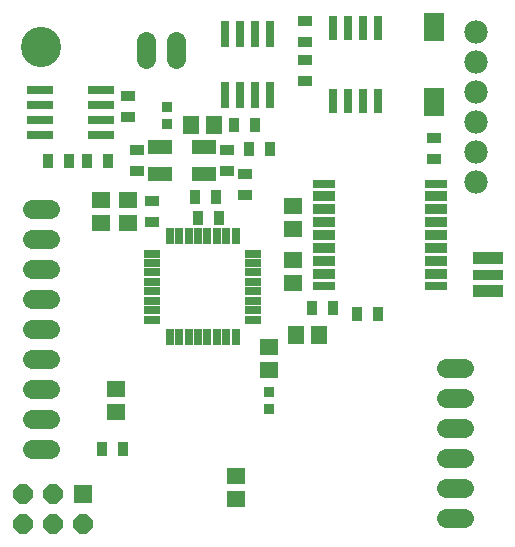
<source format=gts>
G75*
G70*
%OFA0B0*%
%FSLAX24Y24*%
%IPPOS*%
%LPD*%
%AMOC8*
5,1,8,0,0,1.08239X$1,22.5*
%
%ADD10R,0.0260X0.0540*%
%ADD11R,0.0540X0.0260*%
%ADD12R,0.0355X0.0355*%
%ADD13R,0.0788X0.0473*%
%ADD14R,0.0512X0.0355*%
%ADD15R,0.0355X0.0512*%
%ADD16R,0.0300X0.0840*%
%ADD17R,0.0670X0.0946*%
%ADD18R,0.0552X0.0631*%
%ADD19R,0.0631X0.0552*%
%ADD20R,0.0749X0.0355*%
%ADD21R,0.0749X0.0316*%
%ADD22R,0.1024X0.0355*%
%ADD23R,0.1024X0.0434*%
%ADD24C,0.0780*%
%ADD25C,0.0640*%
%ADD26R,0.0640X0.0640*%
%ADD27OC8,0.0640*%
%ADD28R,0.0276X0.0906*%
%ADD29R,0.0906X0.0276*%
%ADD30C,0.1340*%
D10*
X006578Y008200D03*
X006893Y008200D03*
X007208Y008200D03*
X007523Y008200D03*
X007837Y008200D03*
X008152Y008200D03*
X008467Y008200D03*
X008782Y008200D03*
X008782Y011580D03*
X008467Y011580D03*
X008152Y011580D03*
X007837Y011580D03*
X007523Y011580D03*
X007208Y011580D03*
X006893Y011580D03*
X006578Y011580D03*
D11*
X005990Y010992D03*
X005990Y010677D03*
X005990Y010362D03*
X005990Y010047D03*
X005990Y009732D03*
X005990Y009417D03*
X005990Y009102D03*
X005990Y008787D03*
X009370Y008787D03*
X009370Y009102D03*
X009370Y009417D03*
X009370Y009732D03*
X009370Y010047D03*
X009370Y010362D03*
X009370Y010677D03*
X009370Y010992D03*
D12*
X006480Y015294D03*
X006480Y015885D03*
X009880Y006385D03*
X009880Y005794D03*
D13*
X007708Y013637D03*
X007708Y014542D03*
X006252Y014542D03*
X006252Y013637D03*
D14*
X005480Y013735D03*
X005480Y014444D03*
X005180Y015535D03*
X005180Y016244D03*
X008480Y014444D03*
X008480Y013735D03*
X009080Y013644D03*
X009080Y012935D03*
X005980Y012744D03*
X005980Y012035D03*
X011080Y016735D03*
X011080Y017444D03*
X011080Y018035D03*
X011080Y018744D03*
X015380Y014844D03*
X015380Y014135D03*
D15*
X009934Y014490D03*
X009226Y014490D03*
X009434Y015290D03*
X008726Y015290D03*
X008134Y012890D03*
X007426Y012890D03*
X007526Y012190D03*
X008234Y012190D03*
X004534Y014090D03*
X003826Y014090D03*
X003234Y014090D03*
X002526Y014090D03*
X011326Y009190D03*
X012034Y009190D03*
X012826Y008990D03*
X013534Y008990D03*
X005034Y004490D03*
X004326Y004490D03*
D16*
X012030Y016080D03*
X012530Y016080D03*
X013030Y016080D03*
X013530Y016080D03*
X013530Y018500D03*
X013030Y018500D03*
X012530Y018500D03*
X012030Y018500D03*
D17*
X015380Y018530D03*
X015380Y016049D03*
D18*
X008054Y015290D03*
X007306Y015290D03*
X010806Y008290D03*
X011554Y008290D03*
D19*
X009880Y007864D03*
X009880Y007116D03*
X010680Y010016D03*
X010680Y010764D03*
X010680Y011816D03*
X010680Y012564D03*
X005180Y012764D03*
X004280Y012764D03*
X004280Y012016D03*
X005180Y012016D03*
X004780Y006464D03*
X004780Y005716D03*
X008780Y003564D03*
X008780Y002816D03*
D20*
X011731Y010310D03*
X011731Y010743D03*
X011731Y011176D03*
X011731Y011609D03*
X011731Y012042D03*
X011731Y012475D03*
X011731Y012909D03*
X015471Y012909D03*
X015471Y012475D03*
X015471Y012042D03*
X015471Y011609D03*
X015471Y011176D03*
X015471Y010743D03*
X015471Y010310D03*
D21*
X015471Y009897D03*
X011731Y009897D03*
X011731Y013322D03*
X015471Y013322D03*
D22*
X017180Y010290D03*
D23*
X017180Y009758D03*
X017180Y010841D03*
D24*
X016780Y013390D03*
X016780Y014390D03*
X016780Y015390D03*
X016780Y016390D03*
X016780Y017390D03*
X016780Y018390D03*
D25*
X006780Y018090D02*
X006780Y017490D01*
X005780Y017490D02*
X005780Y018090D01*
X002580Y012490D02*
X001980Y012490D01*
X001980Y011490D02*
X002580Y011490D01*
X002580Y010490D02*
X001980Y010490D01*
X001980Y009490D02*
X002580Y009490D01*
X002580Y008490D02*
X001980Y008490D01*
X001980Y007490D02*
X002580Y007490D01*
X002580Y006490D02*
X001980Y006490D01*
X001980Y005490D02*
X002580Y005490D01*
X002580Y004490D02*
X001980Y004490D01*
X015780Y004190D02*
X016380Y004190D01*
X016380Y005190D02*
X015780Y005190D01*
X015780Y006190D02*
X016380Y006190D01*
X016380Y007190D02*
X015780Y007190D01*
X015780Y003190D02*
X016380Y003190D01*
X016380Y002190D02*
X015780Y002190D01*
D26*
X003680Y002990D03*
D27*
X001680Y001990D03*
X002680Y001990D03*
X003680Y001990D03*
X002680Y002990D03*
X001680Y002990D03*
D28*
X008430Y016266D03*
X008930Y016266D03*
X009430Y016266D03*
X009930Y016266D03*
X009930Y018313D03*
X009430Y018313D03*
X008930Y018313D03*
X008430Y018313D03*
D29*
X004304Y016440D03*
X004304Y015940D03*
X004304Y015440D03*
X004304Y014940D03*
X002256Y014940D03*
X002256Y015440D03*
X002256Y015940D03*
X002256Y016440D03*
D30*
X002280Y017890D03*
M02*

</source>
